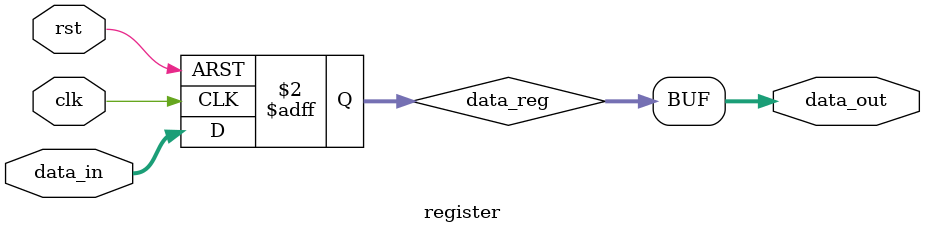
<source format=v>
`timescale 1ns / 1ps
module register (
    input clk,
    input rst,
    input [31:0] data_in,
    output [31:0] data_out
    );

    reg [31:0] data_reg;

    assign data_out = data_reg;

    always @(posedge clk, posedge rst) begin
        if(rst) begin
            data_reg <= 0;
        end else begin
            data_reg <= data_in;
        end
    end
 
endmodule

</source>
